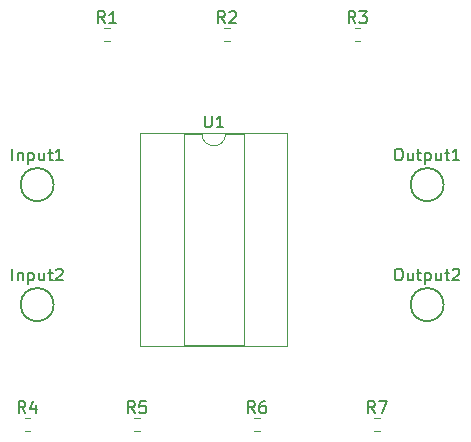
<source format=gbr>
%TF.GenerationSoftware,KiCad,Pcbnew,7.0.7*%
%TF.CreationDate,2023-08-26T22:59:01-07:00*%
%TF.ProjectId,CascadeOpAmp,43617363-6164-4654-9f70-416d702e6b69,rev?*%
%TF.SameCoordinates,Original*%
%TF.FileFunction,Legend,Top*%
%TF.FilePolarity,Positive*%
%FSLAX46Y46*%
G04 Gerber Fmt 4.6, Leading zero omitted, Abs format (unit mm)*
G04 Created by KiCad (PCBNEW 7.0.7) date 2023-08-26 22:59:01*
%MOMM*%
%LPD*%
G01*
G04 APERTURE LIST*
%ADD10C,0.150000*%
%ADD11C,0.120000*%
G04 APERTURE END LIST*
D10*
X133578095Y-83064819D02*
X133578095Y-83874342D01*
X133578095Y-83874342D02*
X133625714Y-83969580D01*
X133625714Y-83969580D02*
X133673333Y-84017200D01*
X133673333Y-84017200D02*
X133768571Y-84064819D01*
X133768571Y-84064819D02*
X133959047Y-84064819D01*
X133959047Y-84064819D02*
X134054285Y-84017200D01*
X134054285Y-84017200D02*
X134101904Y-83969580D01*
X134101904Y-83969580D02*
X134149523Y-83874342D01*
X134149523Y-83874342D02*
X134149523Y-83064819D01*
X135149523Y-84064819D02*
X134578095Y-84064819D01*
X134863809Y-84064819D02*
X134863809Y-83064819D01*
X134863809Y-83064819D02*
X134768571Y-83207676D01*
X134768571Y-83207676D02*
X134673333Y-83302914D01*
X134673333Y-83302914D02*
X134578095Y-83350533D01*
X147978333Y-108244819D02*
X147645000Y-107768628D01*
X147406905Y-108244819D02*
X147406905Y-107244819D01*
X147406905Y-107244819D02*
X147787857Y-107244819D01*
X147787857Y-107244819D02*
X147883095Y-107292438D01*
X147883095Y-107292438D02*
X147930714Y-107340057D01*
X147930714Y-107340057D02*
X147978333Y-107435295D01*
X147978333Y-107435295D02*
X147978333Y-107578152D01*
X147978333Y-107578152D02*
X147930714Y-107673390D01*
X147930714Y-107673390D02*
X147883095Y-107721009D01*
X147883095Y-107721009D02*
X147787857Y-107768628D01*
X147787857Y-107768628D02*
X147406905Y-107768628D01*
X148311667Y-107244819D02*
X148978333Y-107244819D01*
X148978333Y-107244819D02*
X148549762Y-108244819D01*
X137818333Y-108244819D02*
X137485000Y-107768628D01*
X137246905Y-108244819D02*
X137246905Y-107244819D01*
X137246905Y-107244819D02*
X137627857Y-107244819D01*
X137627857Y-107244819D02*
X137723095Y-107292438D01*
X137723095Y-107292438D02*
X137770714Y-107340057D01*
X137770714Y-107340057D02*
X137818333Y-107435295D01*
X137818333Y-107435295D02*
X137818333Y-107578152D01*
X137818333Y-107578152D02*
X137770714Y-107673390D01*
X137770714Y-107673390D02*
X137723095Y-107721009D01*
X137723095Y-107721009D02*
X137627857Y-107768628D01*
X137627857Y-107768628D02*
X137246905Y-107768628D01*
X138675476Y-107244819D02*
X138485000Y-107244819D01*
X138485000Y-107244819D02*
X138389762Y-107292438D01*
X138389762Y-107292438D02*
X138342143Y-107340057D01*
X138342143Y-107340057D02*
X138246905Y-107482914D01*
X138246905Y-107482914D02*
X138199286Y-107673390D01*
X138199286Y-107673390D02*
X138199286Y-108054342D01*
X138199286Y-108054342D02*
X138246905Y-108149580D01*
X138246905Y-108149580D02*
X138294524Y-108197200D01*
X138294524Y-108197200D02*
X138389762Y-108244819D01*
X138389762Y-108244819D02*
X138580238Y-108244819D01*
X138580238Y-108244819D02*
X138675476Y-108197200D01*
X138675476Y-108197200D02*
X138723095Y-108149580D01*
X138723095Y-108149580D02*
X138770714Y-108054342D01*
X138770714Y-108054342D02*
X138770714Y-107816247D01*
X138770714Y-107816247D02*
X138723095Y-107721009D01*
X138723095Y-107721009D02*
X138675476Y-107673390D01*
X138675476Y-107673390D02*
X138580238Y-107625771D01*
X138580238Y-107625771D02*
X138389762Y-107625771D01*
X138389762Y-107625771D02*
X138294524Y-107673390D01*
X138294524Y-107673390D02*
X138246905Y-107721009D01*
X138246905Y-107721009D02*
X138199286Y-107816247D01*
X127658333Y-108244819D02*
X127325000Y-107768628D01*
X127086905Y-108244819D02*
X127086905Y-107244819D01*
X127086905Y-107244819D02*
X127467857Y-107244819D01*
X127467857Y-107244819D02*
X127563095Y-107292438D01*
X127563095Y-107292438D02*
X127610714Y-107340057D01*
X127610714Y-107340057D02*
X127658333Y-107435295D01*
X127658333Y-107435295D02*
X127658333Y-107578152D01*
X127658333Y-107578152D02*
X127610714Y-107673390D01*
X127610714Y-107673390D02*
X127563095Y-107721009D01*
X127563095Y-107721009D02*
X127467857Y-107768628D01*
X127467857Y-107768628D02*
X127086905Y-107768628D01*
X128563095Y-107244819D02*
X128086905Y-107244819D01*
X128086905Y-107244819D02*
X128039286Y-107721009D01*
X128039286Y-107721009D02*
X128086905Y-107673390D01*
X128086905Y-107673390D02*
X128182143Y-107625771D01*
X128182143Y-107625771D02*
X128420238Y-107625771D01*
X128420238Y-107625771D02*
X128515476Y-107673390D01*
X128515476Y-107673390D02*
X128563095Y-107721009D01*
X128563095Y-107721009D02*
X128610714Y-107816247D01*
X128610714Y-107816247D02*
X128610714Y-108054342D01*
X128610714Y-108054342D02*
X128563095Y-108149580D01*
X128563095Y-108149580D02*
X128515476Y-108197200D01*
X128515476Y-108197200D02*
X128420238Y-108244819D01*
X128420238Y-108244819D02*
X128182143Y-108244819D01*
X128182143Y-108244819D02*
X128086905Y-108197200D01*
X128086905Y-108197200D02*
X128039286Y-108149580D01*
X118388333Y-108244819D02*
X118055000Y-107768628D01*
X117816905Y-108244819D02*
X117816905Y-107244819D01*
X117816905Y-107244819D02*
X118197857Y-107244819D01*
X118197857Y-107244819D02*
X118293095Y-107292438D01*
X118293095Y-107292438D02*
X118340714Y-107340057D01*
X118340714Y-107340057D02*
X118388333Y-107435295D01*
X118388333Y-107435295D02*
X118388333Y-107578152D01*
X118388333Y-107578152D02*
X118340714Y-107673390D01*
X118340714Y-107673390D02*
X118293095Y-107721009D01*
X118293095Y-107721009D02*
X118197857Y-107768628D01*
X118197857Y-107768628D02*
X117816905Y-107768628D01*
X119245476Y-107578152D02*
X119245476Y-108244819D01*
X119007381Y-107197200D02*
X118769286Y-107911485D01*
X118769286Y-107911485D02*
X119388333Y-107911485D01*
X146328333Y-75224819D02*
X145995000Y-74748628D01*
X145756905Y-75224819D02*
X145756905Y-74224819D01*
X145756905Y-74224819D02*
X146137857Y-74224819D01*
X146137857Y-74224819D02*
X146233095Y-74272438D01*
X146233095Y-74272438D02*
X146280714Y-74320057D01*
X146280714Y-74320057D02*
X146328333Y-74415295D01*
X146328333Y-74415295D02*
X146328333Y-74558152D01*
X146328333Y-74558152D02*
X146280714Y-74653390D01*
X146280714Y-74653390D02*
X146233095Y-74701009D01*
X146233095Y-74701009D02*
X146137857Y-74748628D01*
X146137857Y-74748628D02*
X145756905Y-74748628D01*
X146661667Y-74224819D02*
X147280714Y-74224819D01*
X147280714Y-74224819D02*
X146947381Y-74605771D01*
X146947381Y-74605771D02*
X147090238Y-74605771D01*
X147090238Y-74605771D02*
X147185476Y-74653390D01*
X147185476Y-74653390D02*
X147233095Y-74701009D01*
X147233095Y-74701009D02*
X147280714Y-74796247D01*
X147280714Y-74796247D02*
X147280714Y-75034342D01*
X147280714Y-75034342D02*
X147233095Y-75129580D01*
X147233095Y-75129580D02*
X147185476Y-75177200D01*
X147185476Y-75177200D02*
X147090238Y-75224819D01*
X147090238Y-75224819D02*
X146804524Y-75224819D01*
X146804524Y-75224819D02*
X146709286Y-75177200D01*
X146709286Y-75177200D02*
X146661667Y-75129580D01*
X135278333Y-75224819D02*
X134945000Y-74748628D01*
X134706905Y-75224819D02*
X134706905Y-74224819D01*
X134706905Y-74224819D02*
X135087857Y-74224819D01*
X135087857Y-74224819D02*
X135183095Y-74272438D01*
X135183095Y-74272438D02*
X135230714Y-74320057D01*
X135230714Y-74320057D02*
X135278333Y-74415295D01*
X135278333Y-74415295D02*
X135278333Y-74558152D01*
X135278333Y-74558152D02*
X135230714Y-74653390D01*
X135230714Y-74653390D02*
X135183095Y-74701009D01*
X135183095Y-74701009D02*
X135087857Y-74748628D01*
X135087857Y-74748628D02*
X134706905Y-74748628D01*
X135659286Y-74320057D02*
X135706905Y-74272438D01*
X135706905Y-74272438D02*
X135802143Y-74224819D01*
X135802143Y-74224819D02*
X136040238Y-74224819D01*
X136040238Y-74224819D02*
X136135476Y-74272438D01*
X136135476Y-74272438D02*
X136183095Y-74320057D01*
X136183095Y-74320057D02*
X136230714Y-74415295D01*
X136230714Y-74415295D02*
X136230714Y-74510533D01*
X136230714Y-74510533D02*
X136183095Y-74653390D01*
X136183095Y-74653390D02*
X135611667Y-75224819D01*
X135611667Y-75224819D02*
X136230714Y-75224819D01*
X125118333Y-75224819D02*
X124785000Y-74748628D01*
X124546905Y-75224819D02*
X124546905Y-74224819D01*
X124546905Y-74224819D02*
X124927857Y-74224819D01*
X124927857Y-74224819D02*
X125023095Y-74272438D01*
X125023095Y-74272438D02*
X125070714Y-74320057D01*
X125070714Y-74320057D02*
X125118333Y-74415295D01*
X125118333Y-74415295D02*
X125118333Y-74558152D01*
X125118333Y-74558152D02*
X125070714Y-74653390D01*
X125070714Y-74653390D02*
X125023095Y-74701009D01*
X125023095Y-74701009D02*
X124927857Y-74748628D01*
X124927857Y-74748628D02*
X124546905Y-74748628D01*
X126070714Y-75224819D02*
X125499286Y-75224819D01*
X125785000Y-75224819D02*
X125785000Y-74224819D01*
X125785000Y-74224819D02*
X125689762Y-74367676D01*
X125689762Y-74367676D02*
X125594524Y-74462914D01*
X125594524Y-74462914D02*
X125499286Y-74510533D01*
X149899999Y-96014819D02*
X150090475Y-96014819D01*
X150090475Y-96014819D02*
X150185713Y-96062438D01*
X150185713Y-96062438D02*
X150280951Y-96157676D01*
X150280951Y-96157676D02*
X150328570Y-96348152D01*
X150328570Y-96348152D02*
X150328570Y-96681485D01*
X150328570Y-96681485D02*
X150280951Y-96871961D01*
X150280951Y-96871961D02*
X150185713Y-96967200D01*
X150185713Y-96967200D02*
X150090475Y-97014819D01*
X150090475Y-97014819D02*
X149899999Y-97014819D01*
X149899999Y-97014819D02*
X149804761Y-96967200D01*
X149804761Y-96967200D02*
X149709523Y-96871961D01*
X149709523Y-96871961D02*
X149661904Y-96681485D01*
X149661904Y-96681485D02*
X149661904Y-96348152D01*
X149661904Y-96348152D02*
X149709523Y-96157676D01*
X149709523Y-96157676D02*
X149804761Y-96062438D01*
X149804761Y-96062438D02*
X149899999Y-96014819D01*
X151185713Y-96348152D02*
X151185713Y-97014819D01*
X150757142Y-96348152D02*
X150757142Y-96871961D01*
X150757142Y-96871961D02*
X150804761Y-96967200D01*
X150804761Y-96967200D02*
X150899999Y-97014819D01*
X150899999Y-97014819D02*
X151042856Y-97014819D01*
X151042856Y-97014819D02*
X151138094Y-96967200D01*
X151138094Y-96967200D02*
X151185713Y-96919580D01*
X151519047Y-96348152D02*
X151899999Y-96348152D01*
X151661904Y-96014819D02*
X151661904Y-96871961D01*
X151661904Y-96871961D02*
X151709523Y-96967200D01*
X151709523Y-96967200D02*
X151804761Y-97014819D01*
X151804761Y-97014819D02*
X151899999Y-97014819D01*
X152233333Y-96348152D02*
X152233333Y-97348152D01*
X152233333Y-96395771D02*
X152328571Y-96348152D01*
X152328571Y-96348152D02*
X152519047Y-96348152D01*
X152519047Y-96348152D02*
X152614285Y-96395771D01*
X152614285Y-96395771D02*
X152661904Y-96443390D01*
X152661904Y-96443390D02*
X152709523Y-96538628D01*
X152709523Y-96538628D02*
X152709523Y-96824342D01*
X152709523Y-96824342D02*
X152661904Y-96919580D01*
X152661904Y-96919580D02*
X152614285Y-96967200D01*
X152614285Y-96967200D02*
X152519047Y-97014819D01*
X152519047Y-97014819D02*
X152328571Y-97014819D01*
X152328571Y-97014819D02*
X152233333Y-96967200D01*
X153566666Y-96348152D02*
X153566666Y-97014819D01*
X153138095Y-96348152D02*
X153138095Y-96871961D01*
X153138095Y-96871961D02*
X153185714Y-96967200D01*
X153185714Y-96967200D02*
X153280952Y-97014819D01*
X153280952Y-97014819D02*
X153423809Y-97014819D01*
X153423809Y-97014819D02*
X153519047Y-96967200D01*
X153519047Y-96967200D02*
X153566666Y-96919580D01*
X153900000Y-96348152D02*
X154280952Y-96348152D01*
X154042857Y-96014819D02*
X154042857Y-96871961D01*
X154042857Y-96871961D02*
X154090476Y-96967200D01*
X154090476Y-96967200D02*
X154185714Y-97014819D01*
X154185714Y-97014819D02*
X154280952Y-97014819D01*
X154566667Y-96110057D02*
X154614286Y-96062438D01*
X154614286Y-96062438D02*
X154709524Y-96014819D01*
X154709524Y-96014819D02*
X154947619Y-96014819D01*
X154947619Y-96014819D02*
X155042857Y-96062438D01*
X155042857Y-96062438D02*
X155090476Y-96110057D01*
X155090476Y-96110057D02*
X155138095Y-96205295D01*
X155138095Y-96205295D02*
X155138095Y-96300533D01*
X155138095Y-96300533D02*
X155090476Y-96443390D01*
X155090476Y-96443390D02*
X154519048Y-97014819D01*
X154519048Y-97014819D02*
X155138095Y-97014819D01*
X149899999Y-85854819D02*
X150090475Y-85854819D01*
X150090475Y-85854819D02*
X150185713Y-85902438D01*
X150185713Y-85902438D02*
X150280951Y-85997676D01*
X150280951Y-85997676D02*
X150328570Y-86188152D01*
X150328570Y-86188152D02*
X150328570Y-86521485D01*
X150328570Y-86521485D02*
X150280951Y-86711961D01*
X150280951Y-86711961D02*
X150185713Y-86807200D01*
X150185713Y-86807200D02*
X150090475Y-86854819D01*
X150090475Y-86854819D02*
X149899999Y-86854819D01*
X149899999Y-86854819D02*
X149804761Y-86807200D01*
X149804761Y-86807200D02*
X149709523Y-86711961D01*
X149709523Y-86711961D02*
X149661904Y-86521485D01*
X149661904Y-86521485D02*
X149661904Y-86188152D01*
X149661904Y-86188152D02*
X149709523Y-85997676D01*
X149709523Y-85997676D02*
X149804761Y-85902438D01*
X149804761Y-85902438D02*
X149899999Y-85854819D01*
X151185713Y-86188152D02*
X151185713Y-86854819D01*
X150757142Y-86188152D02*
X150757142Y-86711961D01*
X150757142Y-86711961D02*
X150804761Y-86807200D01*
X150804761Y-86807200D02*
X150899999Y-86854819D01*
X150899999Y-86854819D02*
X151042856Y-86854819D01*
X151042856Y-86854819D02*
X151138094Y-86807200D01*
X151138094Y-86807200D02*
X151185713Y-86759580D01*
X151519047Y-86188152D02*
X151899999Y-86188152D01*
X151661904Y-85854819D02*
X151661904Y-86711961D01*
X151661904Y-86711961D02*
X151709523Y-86807200D01*
X151709523Y-86807200D02*
X151804761Y-86854819D01*
X151804761Y-86854819D02*
X151899999Y-86854819D01*
X152233333Y-86188152D02*
X152233333Y-87188152D01*
X152233333Y-86235771D02*
X152328571Y-86188152D01*
X152328571Y-86188152D02*
X152519047Y-86188152D01*
X152519047Y-86188152D02*
X152614285Y-86235771D01*
X152614285Y-86235771D02*
X152661904Y-86283390D01*
X152661904Y-86283390D02*
X152709523Y-86378628D01*
X152709523Y-86378628D02*
X152709523Y-86664342D01*
X152709523Y-86664342D02*
X152661904Y-86759580D01*
X152661904Y-86759580D02*
X152614285Y-86807200D01*
X152614285Y-86807200D02*
X152519047Y-86854819D01*
X152519047Y-86854819D02*
X152328571Y-86854819D01*
X152328571Y-86854819D02*
X152233333Y-86807200D01*
X153566666Y-86188152D02*
X153566666Y-86854819D01*
X153138095Y-86188152D02*
X153138095Y-86711961D01*
X153138095Y-86711961D02*
X153185714Y-86807200D01*
X153185714Y-86807200D02*
X153280952Y-86854819D01*
X153280952Y-86854819D02*
X153423809Y-86854819D01*
X153423809Y-86854819D02*
X153519047Y-86807200D01*
X153519047Y-86807200D02*
X153566666Y-86759580D01*
X153900000Y-86188152D02*
X154280952Y-86188152D01*
X154042857Y-85854819D02*
X154042857Y-86711961D01*
X154042857Y-86711961D02*
X154090476Y-86807200D01*
X154090476Y-86807200D02*
X154185714Y-86854819D01*
X154185714Y-86854819D02*
X154280952Y-86854819D01*
X155138095Y-86854819D02*
X154566667Y-86854819D01*
X154852381Y-86854819D02*
X154852381Y-85854819D01*
X154852381Y-85854819D02*
X154757143Y-85997676D01*
X154757143Y-85997676D02*
X154661905Y-86092914D01*
X154661905Y-86092914D02*
X154566667Y-86140533D01*
X117260952Y-97014819D02*
X117260952Y-96014819D01*
X117737142Y-96348152D02*
X117737142Y-97014819D01*
X117737142Y-96443390D02*
X117784761Y-96395771D01*
X117784761Y-96395771D02*
X117879999Y-96348152D01*
X117879999Y-96348152D02*
X118022856Y-96348152D01*
X118022856Y-96348152D02*
X118118094Y-96395771D01*
X118118094Y-96395771D02*
X118165713Y-96491009D01*
X118165713Y-96491009D02*
X118165713Y-97014819D01*
X118641904Y-96348152D02*
X118641904Y-97348152D01*
X118641904Y-96395771D02*
X118737142Y-96348152D01*
X118737142Y-96348152D02*
X118927618Y-96348152D01*
X118927618Y-96348152D02*
X119022856Y-96395771D01*
X119022856Y-96395771D02*
X119070475Y-96443390D01*
X119070475Y-96443390D02*
X119118094Y-96538628D01*
X119118094Y-96538628D02*
X119118094Y-96824342D01*
X119118094Y-96824342D02*
X119070475Y-96919580D01*
X119070475Y-96919580D02*
X119022856Y-96967200D01*
X119022856Y-96967200D02*
X118927618Y-97014819D01*
X118927618Y-97014819D02*
X118737142Y-97014819D01*
X118737142Y-97014819D02*
X118641904Y-96967200D01*
X119975237Y-96348152D02*
X119975237Y-97014819D01*
X119546666Y-96348152D02*
X119546666Y-96871961D01*
X119546666Y-96871961D02*
X119594285Y-96967200D01*
X119594285Y-96967200D02*
X119689523Y-97014819D01*
X119689523Y-97014819D02*
X119832380Y-97014819D01*
X119832380Y-97014819D02*
X119927618Y-96967200D01*
X119927618Y-96967200D02*
X119975237Y-96919580D01*
X120308571Y-96348152D02*
X120689523Y-96348152D01*
X120451428Y-96014819D02*
X120451428Y-96871961D01*
X120451428Y-96871961D02*
X120499047Y-96967200D01*
X120499047Y-96967200D02*
X120594285Y-97014819D01*
X120594285Y-97014819D02*
X120689523Y-97014819D01*
X120975238Y-96110057D02*
X121022857Y-96062438D01*
X121022857Y-96062438D02*
X121118095Y-96014819D01*
X121118095Y-96014819D02*
X121356190Y-96014819D01*
X121356190Y-96014819D02*
X121451428Y-96062438D01*
X121451428Y-96062438D02*
X121499047Y-96110057D01*
X121499047Y-96110057D02*
X121546666Y-96205295D01*
X121546666Y-96205295D02*
X121546666Y-96300533D01*
X121546666Y-96300533D02*
X121499047Y-96443390D01*
X121499047Y-96443390D02*
X120927619Y-97014819D01*
X120927619Y-97014819D02*
X121546666Y-97014819D01*
X117260952Y-86854819D02*
X117260952Y-85854819D01*
X117737142Y-86188152D02*
X117737142Y-86854819D01*
X117737142Y-86283390D02*
X117784761Y-86235771D01*
X117784761Y-86235771D02*
X117879999Y-86188152D01*
X117879999Y-86188152D02*
X118022856Y-86188152D01*
X118022856Y-86188152D02*
X118118094Y-86235771D01*
X118118094Y-86235771D02*
X118165713Y-86331009D01*
X118165713Y-86331009D02*
X118165713Y-86854819D01*
X118641904Y-86188152D02*
X118641904Y-87188152D01*
X118641904Y-86235771D02*
X118737142Y-86188152D01*
X118737142Y-86188152D02*
X118927618Y-86188152D01*
X118927618Y-86188152D02*
X119022856Y-86235771D01*
X119022856Y-86235771D02*
X119070475Y-86283390D01*
X119070475Y-86283390D02*
X119118094Y-86378628D01*
X119118094Y-86378628D02*
X119118094Y-86664342D01*
X119118094Y-86664342D02*
X119070475Y-86759580D01*
X119070475Y-86759580D02*
X119022856Y-86807200D01*
X119022856Y-86807200D02*
X118927618Y-86854819D01*
X118927618Y-86854819D02*
X118737142Y-86854819D01*
X118737142Y-86854819D02*
X118641904Y-86807200D01*
X119975237Y-86188152D02*
X119975237Y-86854819D01*
X119546666Y-86188152D02*
X119546666Y-86711961D01*
X119546666Y-86711961D02*
X119594285Y-86807200D01*
X119594285Y-86807200D02*
X119689523Y-86854819D01*
X119689523Y-86854819D02*
X119832380Y-86854819D01*
X119832380Y-86854819D02*
X119927618Y-86807200D01*
X119927618Y-86807200D02*
X119975237Y-86759580D01*
X120308571Y-86188152D02*
X120689523Y-86188152D01*
X120451428Y-85854819D02*
X120451428Y-86711961D01*
X120451428Y-86711961D02*
X120499047Y-86807200D01*
X120499047Y-86807200D02*
X120594285Y-86854819D01*
X120594285Y-86854819D02*
X120689523Y-86854819D01*
X121546666Y-86854819D02*
X120975238Y-86854819D01*
X121260952Y-86854819D02*
X121260952Y-85854819D01*
X121260952Y-85854819D02*
X121165714Y-85997676D01*
X121165714Y-85997676D02*
X121070476Y-86092914D01*
X121070476Y-86092914D02*
X120975238Y-86140533D01*
D11*
%TO.C,U1*%
X136875000Y-84610000D02*
X135340000Y-84610000D01*
X140575000Y-84550000D02*
X128105000Y-84550000D01*
X131805000Y-102510000D02*
X136875000Y-102510000D01*
X136875000Y-102510000D02*
X136875000Y-84610000D01*
X131805000Y-84610000D02*
X131805000Y-102510000D01*
X140575000Y-102570000D02*
X140575000Y-84550000D01*
X128105000Y-102570000D02*
X140575000Y-102570000D01*
X133340000Y-84610000D02*
X131805000Y-84610000D01*
X128105000Y-84550000D02*
X128105000Y-102570000D01*
X133340000Y-84610000D02*
G75*
G03*
X135340000Y-84610000I1000000J0D01*
G01*
%TO.C,R7*%
X147907742Y-109742500D02*
X148382258Y-109742500D01*
X147907742Y-108697500D02*
X148382258Y-108697500D01*
%TO.C,R6*%
X137747742Y-109742500D02*
X138222258Y-109742500D01*
X137747742Y-108697500D02*
X138222258Y-108697500D01*
%TO.C,R5*%
X127587742Y-109742500D02*
X128062258Y-109742500D01*
X127587742Y-108697500D02*
X128062258Y-108697500D01*
%TO.C,R4*%
X118317742Y-109742500D02*
X118792258Y-109742500D01*
X118317742Y-108697500D02*
X118792258Y-108697500D01*
%TO.C,R3*%
X146257742Y-76722500D02*
X146732258Y-76722500D01*
X146257742Y-75677500D02*
X146732258Y-75677500D01*
%TO.C,R2*%
X135207742Y-76722500D02*
X135682258Y-76722500D01*
X135207742Y-75677500D02*
X135682258Y-75677500D01*
%TO.C,R1*%
X125047742Y-76722500D02*
X125522258Y-76722500D01*
X125047742Y-75677500D02*
X125522258Y-75677500D01*
D10*
%TO.C,Output2*%
X153800000Y-99060000D02*
G75*
G03*
X153800000Y-99060000I-1400000J0D01*
G01*
%TO.C,Output1*%
X153800000Y-88900000D02*
G75*
G03*
X153800000Y-88900000I-1400000J0D01*
G01*
%TO.C,Input2*%
X120780000Y-99060000D02*
G75*
G03*
X120780000Y-99060000I-1400000J0D01*
G01*
%TO.C,Input1*%
X120780000Y-88900000D02*
G75*
G03*
X120780000Y-88900000I-1400000J0D01*
G01*
%TD*%
M02*

</source>
